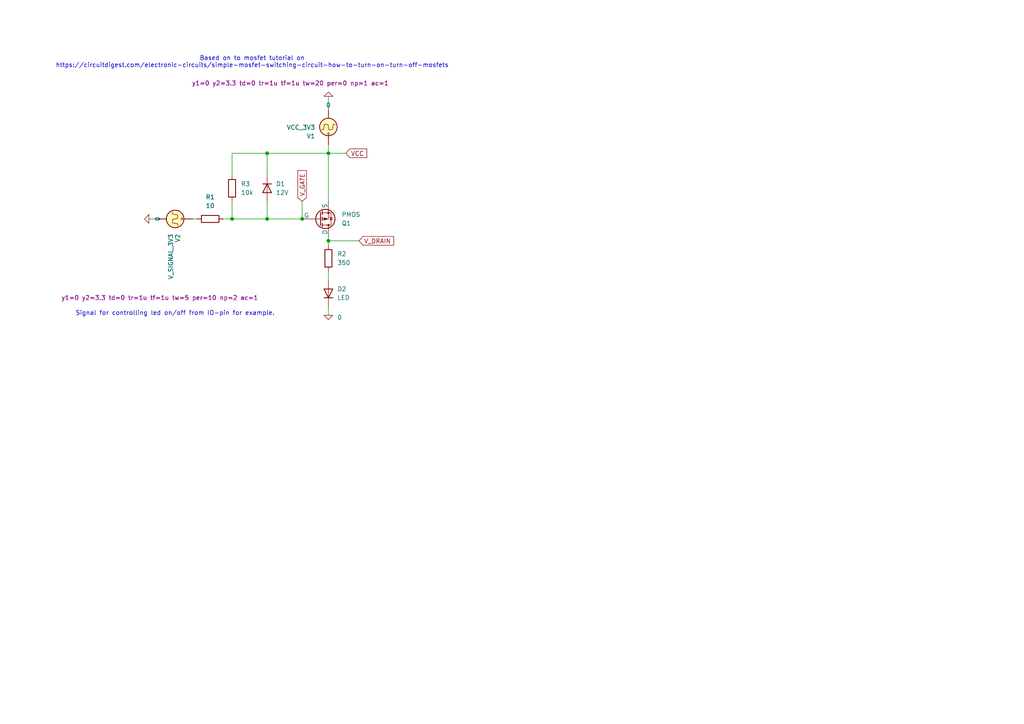
<source format=kicad_sch>
(kicad_sch (version 20231120) (generator "eeschema") (generator_version "8.0")
  (paper "A4")
  (lib_symbols
    (symbol "Device:D" (pin_numbers hide) (pin_names (offset 1.016) hide)
      (property "Reference" "D" (at 0 2.54 0))
      (property "Value" "D" (at 0 -2.54 0))
      (symbol "D_0_1"
        (polyline (pts (xy -1.27 1.27) (xy -1.27 -1.27)) (stroke (width 0.254)))
        (polyline (pts (xy 1.27 0) (xy -1.27 0)))
        (polyline (pts (xy 1.27 1.27) (xy 1.27 -1.27) (xy -1.27 0) (xy 1.27 1.27)) (stroke (width 0.254)))
      )
      (symbol "D_1_1"
        (pin passive line (at -3.81 0 0) (length 2.54) (name "K") (number "1"))
        (pin passive line (at 3.81 0 180) (length 2.54) (name "A") (number "2"))
      )
    )
    (symbol "Device:R" (pin_numbers hide) (pin_names (offset 0))
      (property "Reference" "R" (at 2.032 0 90))
      (property "Value" "R" (at 0 0 90))
      (symbol "R_0_1"
        (rectangle (start -1.016 -2.54) (end 1.016 2.54) (stroke (width 0.254)))
      )
      (symbol "R_1_1"
        (pin passive line (at 0 3.81 270) (length 1.27) (name "~") (number "1"))
        (pin passive line (at 0 -3.81 90) (length 1.27) (name "~") (number "2"))
      )
    )
    (symbol "Simulation_SPICE:0" (power) (pin_names (offset 0))
      (property "Value" "0" (at 0 -1.778 0))
      (symbol "0_0_1"
        (polyline (pts (xy -1.27 0) (xy 0 -1.27) (xy 1.27 0) (xy -1.27 0)))
      )
      (symbol "0_1_1"
        (pin power_in line (at 0 0 0) (length 0) hide (name "0") (number "1"))
      )
    )
    (symbol "Simulation_SPICE:PMOS" (pin_numbers hide) (pin_names (offset 0))
      (property "Reference" "Q" (at 5.08 1.27 0))
      (property "Value" "PMOS" (at 5.08 -1.27 0))
      (symbol "PMOS_0_1"
        (polyline (pts (xy 0.254 0) (xy -2.54 0)))
        (polyline (pts (xy 0.254 1.905) (xy 0.254 -1.905)) (stroke (width 0.254)))
        (polyline (pts (xy 0.762 -1.27) (xy 0.762 -2.286)) (stroke (width 0.254)))
        (polyline (pts (xy 0.762 0.508) (xy 0.762 -0.508)) (stroke (width 0.254)))
        (polyline (pts (xy 0.762 2.286) (xy 0.762 1.27)) (stroke (width 0.254)))
        (polyline (pts (xy 2.54 2.54) (xy 2.54 1.778)))
        (polyline (pts (xy 2.54 -2.54) (xy 2.54 0) (xy 0.762 0)))
        (polyline (pts (xy 0.762 1.778) (xy 3.302 1.778) (xy 3.302 -1.778) (xy 0.762 -1.778)))
        (polyline (pts (xy 2.286 0) (xy 1.27 0.381) (xy 1.27 -0.381) (xy 2.286 0)) (fill (type outline)))
        (polyline (pts (xy 2.794 -0.508) (xy 2.921 -0.381) (xy 3.683 -0.381) (xy 3.81 -0.254)))
        (polyline (pts (xy 3.302 -0.381) (xy 2.921 0.254) (xy 3.683 0.254) (xy 3.302 -0.381)))
        (circle (center 1.651 0) (radius 2.794) (stroke (width 0.254)))
        (circle (center 2.54 -1.778) (radius 0.254) (fill (type outline)))
        (circle (center 2.54 1.778) (radius 0.254) (fill (type outline)))
      )
      (symbol "PMOS_1_1"
        (pin passive line (at 2.54 5.08 270) (length 2.54) (name "D") (number "1"))
        (pin input line (at -5.08 0 0) (length 2.54) (name "G") (number "2"))
        (pin passive line (at 2.54 -5.08 90) (length 2.54) (name "S") (number "3"))
      )
    )
    (symbol "Simulation_SPICE:VPULSE" (pin_numbers hide) (pin_names (offset 0.0254))
      (property "Reference" "V" (at 2.54 2.54 0))
      (property "Value" "VPULSE" (at 2.54 0 0))
      (property "Sim.Params" "y1=0 y2=1 td=2n tr=2n tf=2n tw=50n per=100n" (at 2.54 -2.54 0))
      (symbol "VPULSE_0_0"
        (polyline (pts (xy -2.032 -0.762) (xy -1.397 -0.762) (xy -1.143 0.762) (xy -0.127 0.762) (xy 0.127 -0.762) (xy 1.143 -0.762) (xy 1.397 0.762) (xy 2.032 0.762)))
        (text "+" (at 0 1.905 0) (effects (font (size 1.27 1.27))))
      )
      (symbol "VPULSE_0_1"
        (circle (center 0 0) (radius 2.54) (stroke (width 0.254)) (fill (type background)))
      )
      (symbol "VPULSE_1_1"
        (pin passive line (at 0 5.08 270) (length 2.54) (name "~") (number "1"))
        (pin passive line (at 0 -5.08 90) (length 2.54) (name "~") (number "2"))
      )
    )
  )
  (junction (at 87.63 63.5))
  (junction (at 77.47 63.5))
  (junction (at 67.31 63.5))
  (junction (at 77.47 44.45))
  (junction (at 95.25 44.45))
  (junction (at 95.25 69.85))
  (wire (pts (xy 95.25 27.94) (xy 95.25 31.75)))
  (wire (pts (xy 95.25 41.91) (xy 95.25 44.45)))
  (wire (pts (xy 67.31 44.45) (xy 67.31 50.8)))
  (wire (pts (xy 77.47 44.45) (xy 77.47 50.8)))
  (wire (pts (xy 95.25 68.58) (xy 95.25 69.85)))
  (wire (pts (xy 77.47 63.5) (xy 87.63 63.5)))
  (wire (pts (xy 67.31 58.42) (xy 67.31 63.5)))
  (wire (pts (xy 67.31 44.45) (xy 77.47 44.45)))
  (wire (pts (xy 57.15 63.5) (xy 55.88 63.5)))
  (wire (pts (xy 67.31 63.5) (xy 77.47 63.5)))
  (wire (pts (xy 95.25 44.45) (xy 95.25 58.42)))
  (wire (pts (xy 87.63 58.42) (xy 87.63 63.5)))
  (wire (pts (xy 95.25 78.74) (xy 95.25 81.28)))
  (wire (pts (xy 95.25 69.85) (xy 104.14 69.85)))
  (wire (pts (xy 45.72 63.5) (xy 43.18 63.5)))
  (wire (pts (xy 64.77 63.5) (xy 67.31 63.5)))
  (wire (pts (xy 100.33 44.45) (xy 95.25 44.45)))
  (wire (pts (xy 77.47 58.42) (xy 77.47 63.5)))
  (wire (pts (xy 95.25 69.85) (xy 95.25 71.12)))
  (wire (pts (xy 77.47 44.45) (xy 95.25 44.45)))
  (wire (pts (xy 95.25 88.9) (xy 95.25 91.44)))
  (text "Signal for controlling led on/off from IO-pin for example." (at 50.8 90.932 0) (effects (font (size 1.27 1.27))))
  (text "Based on to mosfet tutorial on\nhttps://circuitdigest.com/electronic-circuits/simple-mosfet-switching-circuit-how-to-turn-on-turn-off-mosfets" (at 73.152 18.034 0) (effects (font (size 1.27 1.27))))
  (global_label "VCC" (shape input) (at 100.33 44.45 0) (property "Intersheetrefs" "${INTERSHEET_REFS}" (effects (hide yes))))
  (global_label "V_GATE" (shape input) (at 87.63 58.42 90) (property "Intersheetrefs" "${INTERSHEET_REFS}" (effects (hide yes))))
  (global_label "V_DRAIN" (shape input) (at 104.14 69.85 0) (property "Intersheetrefs" "${INTERSHEET_REFS}" (effects (hide yes))))
  (symbol (lib_id "Simulation_SPICE:0") (at 43.18 63.5 270) (unit 1)
    (property "Reference" "#GND03" (effects (hide yes)))
    (property "Value" "0" (at 45.72 63.5 0))
    (property "Datasheet" "https://ngspice.sourceforge.io/docs/ngspice-html-manual/manual.xhtml#subsec_Circuit_elements__device" (effects (hide yes)))
    (property "Description" "0V reference potential for simulation" (effects (hide yes)))
  )
  (symbol (lib_id "Simulation_SPICE:0") (at 95.25 27.94 180) (unit 1)
    (property "Reference" "#GND04" (effects (hide yes)))
    (property "Value" "0" (at 95.25 30.48 0))
    (property "Datasheet" "https://ngspice.sourceforge.io/docs/ngspice-html-manual/manual.xhtml#subsec_Circuit_elements__device" (effects (hide yes)))
    (property "Description" "0V reference potential for simulation" (effects (hide yes)))
  )
  (symbol (lib_id "Simulation_SPICE:VPULSE") (at 50.8 63.5 270) (unit 1)
    (property "Reference" "V2" (at 51.562 67.818 0) (effects (justify left)))
    (property "Value" "V_SIGNAL_3V3" (at 49.53 67.818 0) (effects (justify left)))
    (property "Datasheet" "https://ngspice.sourceforge.io/docs/ngspice-html-manual/manual.xhtml#sec_Independent_Sources_for" (effects (hide yes)))
    (property "Description" "Voltage source, pulse" (effects (hide yes)))
    (property "Sim.Pins" "1=+ 2=-" (effects (hide yes)))
    (property "Sim.Type" "PULSE" (effects (hide yes)))
    (property "Sim.Device" "V" (effects (hide yes)))
    (property "Sim.Params" "y1=0 y2=3.3 td=0 tr=1u tf=1u tw=5 per=10 np=2 ac=1" (at 17.78 86.36 90) (effects (justify left)))
  )
  (symbol (lib_id "Device:R") (at 95.25 74.93 0) (unit 1)
    (property "Reference" "R2" (at 97.79 73.6599 0) (effects (justify left)))
    (property "Value" "350" (at 97.79 76.1999 0) (effects (justify left)))
    (property "Description" "Resistor" (effects (hide yes)))
  )
  (symbol (lib_id "Device:R") (at 67.31 54.61 0) (unit 1)
    (property "Reference" "R3" (at 69.85 53.3399 0) (effects (justify left)))
    (property "Value" "10k" (at 69.85 55.8799 0) (effects (justify left)))
    (property "Description" "Resistor" (effects (hide yes)))
  )
  (symbol (lib_id "Simulation_SPICE:VPULSE") (at 95.25 36.83 180) (unit 1)
    (property "Reference" "V1" (at 91.44 39.4999 0) (effects (justify left)))
    (property "Value" "VCC_3V3" (at 91.44 36.9599 0) (effects (justify left)))
    (property "Datasheet" "https://ngspice.sourceforge.io/docs/ngspice-html-manual/manual.xhtml#sec_Independent_Sources_for" (effects (hide yes)))
    (property "Description" "Voltage source, pulse" (effects (hide yes)))
    (property "Sim.Pins" "1=+ 2=-" (effects (hide yes)))
    (property "Sim.Type" "PULSE" (effects (hide yes)))
    (property "Sim.Device" "V" (effects (hide yes)))
    (property "Sim.Params" "y1=0 y2=3.3 td=0 tr=1u tf=1u tw=20 per=0 np=1 ac=1" (at 112.776 24.13 0) (effects (justify left)))
  )
  (symbol (lib_id "Device:R") (at 60.96 63.5 270) (unit 1)
    (property "Reference" "R1" (at 60.96 57.15 90))
    (property "Value" "10" (at 60.96 59.69 90))
    (property "Description" "Resistor" (effects (hide yes)))
  )
  (symbol (lib_id "Device:D") (at 77.47 54.61 270) (unit 1)
    (property "Reference" "D1" (at 80.01 53.3399 90) (effects (justify left)))
    (property "Value" "12V" (at 80.01 55.8799 90) (effects (justify left)))
    (property "Description" "Diode" (effects (hide yes)))
    (property "Sim.Device" "D" (effects (hide yes)))
    (property "Sim.Pins" "1=K 2=A" (effects (hide yes)))
  )
  (symbol (lib_id "Simulation_SPICE:PMOS") (at 92.71 63.5 0) (mirror x) (unit 1)
    (property "Reference" "Q1" (at 99.06 64.7701 0) (effects (justify left)))
    (property "Value" "PMOS" (at 99.06 62.2301 0) (effects (justify left)))
    (property "Datasheet" "https://ngspice.sourceforge.io/docs/ngspice-html-manual/manual.xhtml#cha_MOSFETs" (effects (hide yes)))
    (property "Description" "P-MOSFET transistor, drain/source/gate" (effects (hide yes)))
    (property "Sim.Device" "PMOS" (effects (hide yes)))
    (property "Sim.Type" "VDMOS" (effects (hide yes)))
    (property "Sim.Pins" "1=D 2=G 3=S" (effects (hide yes)))
  )
  (symbol (lib_id "Simulation_SPICE:0") (at 95.25 91.44 0) (unit 1)
    (property "Reference" "#GND01" (effects (hide yes)))
    (property "Value" "0" (at 97.79 92.0749 0) (effects (justify left)))
    (property "Datasheet" "https://ngspice.sourceforge.io/docs/ngspice-html-manual/manual.xhtml#subsec_Circuit_elements__device" (effects (hide yes)))
    (property "Description" "0V reference potential for simulation" (effects (hide yes)))
  )
  (symbol (lib_id "Device:D") (at 95.25 85.09 90) (unit 1)
    (property "Reference" "D2" (at 97.79 83.8199 90) (effects (justify right)))
    (property "Value" "LED" (at 97.79 86.3599 90) (effects (justify right)))
    (property "Description" "Diode" (effects (hide yes)))
    (property "Sim.Device" "D" (effects (hide yes)))
    (property "Sim.Pins" "1=K 2=A" (effects (hide yes)))
  )
)
</source>
